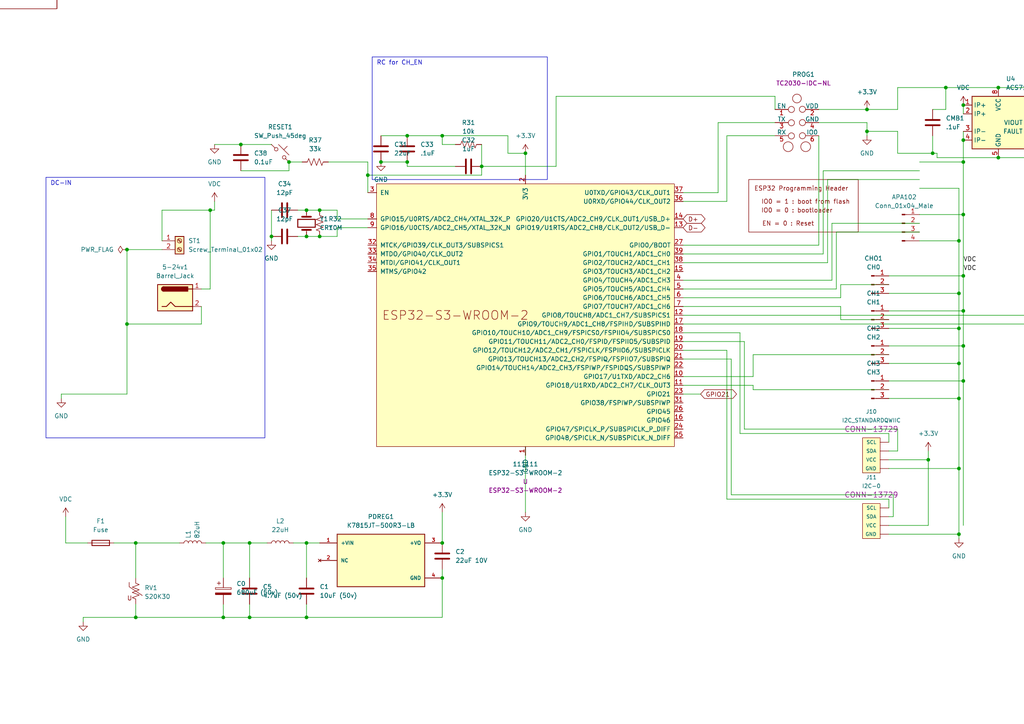
<source format=kicad_sch>
(kicad_sch (version 20230121) (generator eeschema)
  (paper "A4")
  (title_block (title "2024-ESP32S3-Lighting-Board"))
  (junction (at 36.83 72.39))
  (junction (at -74.93 -63.5))
  (junction (at -69.85 91.44))
  (junction (at 269.24 133.35))
  (junction (at 251.46 38.1))
  (junction (at -74.93 60.96))
  (junction (at 88.9 157.48))
  (junction (at 278.13 85.09))
  (junction (at 279.4 62.23))
  (junction (at -66.04 -50.8))
  (junction (at 278.13 105.41))
  (junction (at -73.66 -35.56))
  (junction (at 278.13 95.25))
  (junction (at 39.37 179.07))
  (junction (at 60.96 60.96))
  (junction (at 110.49 46.99))
  (junction (at 279.4 80.01))
  (junction (at -82.55 110.49))
  (junction (at 270.51 44.45))
  (junction (at -90.17 -10.16))
  (junction (at -74.93 91.44))
  (junction (at -66.04 -38.1))
  (junction (at 83.82 46.99))
  (junction (at 278.13 135.89))
  (junction (at -64.77 110.49))
  (junction (at -64.77 -63.5))
  (junction (at -16.51 -71.12))
  (junction (at 279.4 46.99))
  (junction (at 279.4 90.17))
  (junction (at 69.85 41.91))
  (junction (at 88.9 60.96))
  (junction (at -60.96 -53.34))
  (junction (at -73.66 -10.16))
  (junction (at 128.27 167.64))
  (junction (at 92.71 60.96))
  (junction (at 72.39 157.48))
  (junction (at 64.77 157.48))
  (junction (at 278.13 115.57))
  (junction (at 36.83 93.98))
  (junction (at 128.27 39.37))
  (junction (at -74.93 -35.56))
  (junction (at -40.64 -63.5))
  (junction (at 39.37 157.48))
  (junction (at -74.93 78.74))
  (junction (at 279.4 110.49))
  (junction (at 106.68 50.8))
  (junction (at 152.4 44.45))
  (junction (at 78.74 68.58))
  (junction (at -60.96 -38.1))
  (junction (at -74.93 -30.48))
  (junction (at -16.51 -63.5))
  (junction (at -67.31 -30.48))
  (junction (at 278.13 154.94))
  (junction (at 289.56 45.72))
  (junction (at 128.27 157.48))
  (junction (at 139.7 48.26))
  (junction (at -54.61 60.96))
  (junction (at 92.71 68.58))
  (junction (at 64.77 179.07))
  (junction (at 278.13 69.85))
  (junction (at 88.9 179.07))
  (junction (at 289.56 25.4))
  (junction (at -59.69 111.76))
  (junction (at 279.4 100.33))
  (junction (at 251.46 31.75))
  (junction (at 274.32 25.4))
  (junction (at -85.09 109.22))
  (junction (at 118.11 39.37))
  (junction (at 300.99 38.1))
  (junction (at -67.31 -10.16))
  (junction (at -62.23 110.49))
  (junction (at 279.4 30.48))
  (junction (at -72.39 91.44))
  (junction (at 72.39 179.07))
  (junction (at 88.9 68.58))
  (junction (at 279.4 40.64))
  (junction (at -53.34 78.74))
  (junction (at 303.53 35.56))
  (junction (at -16.51 -50.8))
  (junction (at -64.77 -71.12))
  (junction (at 118.11 46.99))
  (junction (at -74.93 -60.8907))
  (wire (pts (xy 266.7 69.85) (xy 278.13 69.85)))
  (wire (pts (xy -72.39 91.44) (xy -74.93 91.44)))
  (wire (pts (xy -74.93 -35.56) (xy -74.93 -33.02)))
  (wire (pts (xy 161.29 27.94) (xy 161.29 48.26)))
  (wire (pts (xy 238.76 49.53) (xy 238.76 73.66)))
  (wire (pts (xy 251.46 38.1) (xy 260.35 38.1)))
  (wire (pts (xy 86.36 68.58) (xy 88.9 68.58)))
  (wire (pts (xy 257.81 110.49) (xy 279.4 110.49)))
  (wire (pts (xy -69.85 -40.64) (xy -69.85 -50.8)))
  (wire (pts (xy 139.7 48.26) (xy 139.7 50.8)))
  (wire (pts (xy 257.81 115.57) (xy 278.13 115.57)))
  (wire (pts (xy -67.31 -19.05) (xy -67.31 -10.16)))
  (wire (pts (xy 36.83 93.98) (xy 36.83 114.3)))
  (wire (pts (xy -7.62 -77.47) (xy -74.93 -77.47)))
  (wire (pts (xy 289.56 25.4) (xy 300.99 25.4)))
  (wire (pts (xy -74.93 74.93) (xy -74.93 78.74)))
  (wire (pts (xy 128.27 39.37) (xy 128.27 41.91)))
  (wire (pts (xy 60.96 60.96) (xy 46.99 60.96)))
  (wire (pts (xy 274.32 31.75) (xy 274.32 25.4)))
  (wire (pts (xy 279.4 40.64) (xy 279.4 46.99)))
  (wire (pts (xy 224.79 31.75) (xy 224.79 27.94)))
  (wire (pts (xy 278.13 154.94) (xy 278.13 156.21)))
  (wire (pts (xy 257.81 85.09) (xy 278.13 85.09)))
  (wire (pts (xy 88.9 175.26) (xy 88.9 179.07)))
  (wire (pts (xy -74.93 -63.5) (xy -64.77 -63.5)))
  (wire (pts (xy 241.3 81.28) (xy 198.12 81.28)))
  (wire (pts (xy 208.28 35.56) (xy 208.28 55.88)))
  (wire (pts (xy 240.03 76.2) (xy 198.12 76.2)))
  (wire (pts (xy 257.81 95.25) (xy 278.13 95.25)))
  (wire (pts (xy -59.69 88.9) (xy -59.69 96.52)))
  (wire (pts (xy 78.74 60.96) (xy 78.74 68.58)))
  (wire (pts (xy 279.4 100.33) (xy 279.4 90.17)))
  (wire (pts (xy 36.83 72.39) (xy 36.83 93.98)))
  (wire (pts (xy -21.59 -63.5) (xy -16.51 -63.5)))
  (wire (pts (xy 97.79 63.5) (xy 97.79 60.96)))
  (wire (pts (xy -64.77 88.9) (xy -64.77 93.98)))
  (wire (pts (xy -74.93 78.74) (xy -74.93 80.01)))
  (wire (pts (xy 106.68 46.99) (xy 106.68 50.8)))
  (wire (pts (xy 269.24 130.81) (xy 269.24 133.35)))
  (wire (pts (xy -74.93 -77.47) (xy -74.93 -63.5)))
  (wire (pts (xy 279.4 110.49) (xy 279.4 152.4)))
  (wire (pts (xy 266.7 46.99) (xy 279.4 46.99)))
  (wire (pts (xy -64.77 110.49) (xy -62.23 110.49)))
  (wire (pts (xy -74.93 87.63) (xy -74.93 91.44)))
  (wire (pts (xy 257.81 147.32) (xy 257.81 144.78)))
  (wire (pts (xy -64.77 109.22) (xy -64.77 110.49)))
  (wire (pts (xy 278.13 135.89) (xy 278.13 154.94)))
  (wire (pts (xy 307.34 35.56) (xy 307.34 91.44)))
  (wire (pts (xy 139.7 41.91) (xy 139.7 48.26)))
  (wire (pts (xy 198.12 104.14) (xy 212.09 104.14)))
  (wire (pts (xy -74.93 60.96) (xy -54.61 60.96)))
  (wire (pts (xy 128.27 41.91) (xy 132.08 41.91)))
  (wire (pts (xy 300.99 33.02) (xy 300.99 38.1)))
  (wire (pts (xy 278.13 95.25) (xy 278.13 105.41)))
  (wire (pts (xy -50.8 60.96) (xy -50.8 111.76)))
  (wire (pts (xy 215.9 124.46) (xy 260.35 124.46)))
  (wire (pts (xy -19.05 -45.72) (xy -7.62 -45.72)))
  (wire (pts (xy -72.39 63.5) (xy -72.39 64.77)))
  (wire (pts (xy 218.44 113.03) (xy 257.81 113.03)))
  (wire (pts (xy 269.24 133.35) (xy 269.24 152.4)))
  (wire (pts (xy 271.78 44.45) (xy 271.78 45.72)))
  (wire (pts (xy 152.4 44.45) (xy 152.4 50.8)))
  (wire (pts (xy 72.39 179.07) (xy 88.9 179.07)))
  (wire (pts (xy 269.24 152.4) (xy 257.81 152.4)))
  (wire (pts (xy 237.49 39.37) (xy 237.49 71.12)))
  (wire (pts (xy 128.27 157.48) (xy 128.27 148.59)))
  (wire (pts (xy 64.77 167.64) (xy 64.77 157.48)))
  (wire (pts (xy -16.51 -50.8) (xy -30.48 -50.8)))
  (wire (pts (xy -60.96 -53.34) (xy -50.8 -53.34)))
  (wire (pts (xy 58.42 83.82) (xy 60.96 83.82)))
  (wire (pts (xy -30.48 -53.34) (xy -26.67 -53.34)))
  (wire (pts (xy 278.13 85.09) (xy 278.13 95.25)))
  (wire (pts (xy -87.63 109.22) (xy -85.09 109.22)))
  (wire (pts (xy -59.69 111.76) (xy -62.23 111.76)))
  (wire (pts (xy 214.63 96.52) (xy 198.12 96.52)))
  (wire (pts (xy 257.81 135.89) (xy 278.13 135.89)))
  (wire (pts (xy 128.27 165.1) (xy 128.27 167.64)))
  (wire (pts (xy -92.71 78.74) (xy -92.71 91.44)))
  (wire (pts (xy -30.48 -43.18) (xy -19.05 -43.18)))
  (wire (pts (xy -74.93 -35.56) (xy -73.66 -35.56)))
  (wire (pts (xy 257.81 105.41) (xy 278.13 105.41)))
  (wire (pts (xy 257.81 100.33) (xy 279.4 100.33)))
  (wire (pts (xy 95.25 46.99) (xy 106.68 46.99)))
  (wire (pts (xy 208.28 55.88) (xy 198.12 55.88)))
  (wire (pts (xy -64.77 -63.5) (xy -40.64 -63.5)))
  (wire (pts (xy -16.51 -63.5) (xy -16.51 -50.8)))
  (wire (pts (xy 83.82 49.53) (xy 83.82 46.99)))
  (wire (pts (xy 260.35 130.81) (xy 257.81 130.81)))
  (wire (pts (xy 218.44 102.87) (xy 218.44 109.22)))
  (wire (pts (xy -62.23 88.9) (xy -62.23 95.25)))
  (wire (pts (xy -40.64 -63.5) (xy -40.64 -58.42)))
  (wire (pts (xy 299.72 35.56) (xy 303.53 35.56)))
  (wire (pts (xy 257.81 133.35) (xy 269.24 133.35)))
  (wire (pts (xy -60.96 -38.1) (xy -60.96 -45.72)))
  (wire (pts (xy 257.81 144.78) (xy 210.82 144.78)))
  (wire (pts (xy -54.61 67.31) (xy -53.34 67.31)))
  (wire (pts (xy 62.23 41.91) (xy 69.85 41.91)))
  (wire (pts (xy 278.13 115.57) (xy 278.13 135.89)))
  (wire (pts (xy -73.66 -10.16) (xy -90.17 -10.16)))
  (wire (pts (xy -74.93 -60.8907) (xy -74.93 -63.5)))
  (wire (pts (xy 259.08 149.86) (xy 257.81 149.86)))
  (wire (pts (xy -53.34 91.44) (xy -69.85 91.44)))
  (wire (pts (xy -54.61 60.96) (xy -50.8 60.96)))
  (wire (pts (xy 59.69 157.48) (xy 64.77 157.48)))
  (wire (pts (xy -95.25 -10.16) (xy -90.17 -10.16)))
  (wire (pts (xy 289.56 45.72) (xy 303.53 45.72)))
  (wire (pts (xy -26.67 -53.34) (xy -26.67 -55.88)))
  (wire (pts (xy 243.84 88.9) (xy 243.84 92.71)))
  (wire (pts (xy 198.12 58.42) (xy 210.82 58.42)))
  (wire (pts (xy 24.13 179.07) (xy 39.37 179.07)))
  (wire (pts (xy 58.42 88.9) (xy 58.42 93.98)))
  (wire (pts (xy 72.39 157.48) (xy 72.39 167.64)))
  (wire (pts (xy 24.13 180.34) (xy 24.13 179.07)))
  (wire (pts (xy 251.46 31.75) (xy 260.35 31.75)))
  (wire (pts (xy 106.68 50.8) (xy 106.68 55.88)))
  (wire (pts (xy 237.49 71.12) (xy 198.12 71.12)))
  (wire (pts (xy -67.31 -10.16) (xy -66.04 -10.16)))
  (wire (pts (xy 161.29 48.26) (xy 139.7 48.26)))
  (wire (pts (xy 274.32 25.4) (xy 289.56 25.4)))
  (wire (pts (xy 266.7 62.23) (xy 279.4 62.23)))
  (wire (pts (xy 88.9 179.07) (xy 128.27 179.07)))
  (wire (pts (xy -74.93 -30.48) (xy -74.93 -27.94)))
  (wire (pts (xy 46.99 60.96) (xy 46.99 69.85)))
  (wire (pts (xy 128.27 39.37) (xy 147.32 39.37)))
  (wire (pts (xy 92.71 68.58) (xy 97.79 68.58)))
  (wire (pts (xy -64.77 63.5) (xy -64.77 64.77)))
  (wire (pts (xy -82.55 64.77) (xy -82.55 68.58)))
  (wire (pts (xy 210.82 58.42) (xy 210.82 39.37)))
  (wire (pts (xy 251.46 38.1) (xy 251.46 35.56)))
  (wire (pts (xy 266.7 54.61) (xy 278.13 54.61)))
  (wire (pts (xy -74.93 91.44) (xy -92.71 91.44)))
  (wire (pts (xy 218.44 111.76) (xy 218.44 113.03)))
  (wire (pts (xy -53.34 74.93) (xy -53.34 78.74)))
  (wire (pts (xy -67.31 -10.16) (xy -73.66 -10.16)))
  (wire (pts (xy 212.09 143.51) (xy 259.08 143.51)))
  (wire (pts (xy 300.99 38.1) (xy 299.72 38.1)))
  (wire (pts (xy 260.35 31.75) (xy 260.35 25.4)))
  (wire (pts (xy 128.27 179.07) (xy 128.27 167.64)))
  (wire (pts (xy 62.23 60.96) (xy 60.96 60.96)))
  (wire (pts (xy 303.53 45.72) (xy 303.53 43.18)))
  (wire (pts (xy -74.93 -40.64) (xy -69.85 -40.64)))
  (wire (pts (xy 237.49 31.75) (xy 251.46 31.75)))
  (wire (pts (xy 210.82 144.78) (xy 210.82 101.6)))
  (wire (pts (xy 279.4 110.49) (xy 279.4 100.33)))
  (wire (pts (xy 88.9 157.48) (xy 92.71 157.48)))
  (wire (pts (xy 266.7 67.31) (xy 242.57 67.31)))
  (wire (pts (xy -74.93 -43.18) (xy -71.12 -43.18)))
  (wire (pts (xy 97.79 66.04) (xy 97.79 68.58)))
  (wire (pts (xy 278.13 54.61) (xy 278.13 69.85)))
  (wire (pts (xy -77.47 78.74) (xy -74.93 78.74)))
  (wire (pts (xy -82.55 95.25) (xy -82.55 88.9)))
  (wire (pts (xy -53.34 78.74) (xy -53.34 80.01)))
  (wire (pts (xy -82.55 110.49) (xy -85.09 110.49)))
  (wire (pts (xy 260.35 38.1) (xy 260.35 44.45)))
  (wire (pts (xy 242.57 67.31) (xy 242.57 83.82)))
  (wire (pts (xy -66.04 -50.8) (xy -50.8 -50.8)))
  (wire (pts (xy 64.77 157.48) (xy 72.39 157.48)))
  (wire (pts (xy 242.57 83.82) (xy 198.12 83.82)))
  (wire (pts (xy 279.4 30.48) (xy 279.4 33.02)))
  (wire (pts (xy 69.85 49.53) (xy 83.82 49.53)))
  (wire (pts (xy 279.4 62.23) (xy 279.4 80.01)))
  (wire (pts (xy 257.81 82.55) (xy 243.84 82.55)))
  (wire (pts (xy 210.82 39.37) (xy 224.79 39.37)))
  (wire (pts (xy 147.32 39.37) (xy 147.32 44.45)))
  (wire (pts (xy 266.7 52.07) (xy 240.03 52.07)))
  (wire (pts (xy -66.04 -38.1) (xy -60.96 -38.1)))
  (wire (pts (xy 198.12 99.06) (xy 215.9 99.06)))
  (wire (pts (xy 62.23 58.42) (xy 62.23 60.96)))
  (wire (pts (xy 257.81 80.01) (xy 279.4 80.01)))
  (wire (pts (xy -73.66 -35.56) (xy -73.66 -26.67)))
  (wire (pts (xy 60.96 83.82) (xy 60.96 60.96)))
  (wire (pts (xy 279.4 46.99) (xy 279.4 62.23)))
  (wire (pts (xy -82.55 110.49) (xy -64.77 110.49)))
  (wire (pts (xy -62.23 111.76) (xy -62.23 110.49)))
  (wire (pts (xy 241.3 64.77) (xy 241.3 81.28)))
  (wire (pts (xy 251.46 39.37) (xy 251.46 38.1)))
  (wire (pts (xy -87.63 88.9) (xy -87.63 92.71)))
  (wire (pts (xy -8.89 -71.12) (xy -16.51 -71.12)))
  (wire (pts (xy 17.78 114.3) (xy 36.83 114.3)))
  (wire (pts (xy -69.85 91.44) (xy -72.39 91.44)))
  (wire (pts (xy 88.9 157.48) (xy 88.9 167.64)))
  (wire (pts (xy 198.12 111.76) (xy 218.44 111.76)))
  (wire (pts (xy 215.9 99.06) (xy 215.9 124.46)))
  (wire (pts (xy -59.69 64.77) (xy -46.99 64.77)))
  (wire (pts (xy -69.85 78.74) (xy -69.85 91.44)))
  (wire (pts (xy 118.11 39.37) (xy 128.27 39.37)))
  (wire (pts (xy -64.77 -71.12) (xy -16.51 -71.12)))
  (wire (pts (xy 19.05 157.48) (xy 25.4 157.48)))
  (wire (pts (xy -85.09 110.49) (xy -85.09 109.22)))
  (wire (pts (xy 251.46 35.56) (xy 237.49 35.56)))
  (wire (pts (xy 300.99 93.98) (xy 198.12 93.98)))
  (wire (pts (xy 64.77 179.07) (xy 64.77 175.26)))
  (wire (pts (xy 97.79 66.04) (xy 106.68 66.04)))
  (wire (pts (xy 86.36 60.96) (xy 88.9 60.96)))
  (wire (pts (xy 238.76 73.66) (xy 198.12 73.66)))
  (wire (pts (xy 19.05 149.86) (xy 19.05 157.48)))
  (wire (pts (xy 278.13 105.41) (xy 278.13 115.57)))
  (wire (pts (xy 88.9 60.96) (xy 92.71 60.96)))
  (wire (pts (xy 257.81 154.94) (xy 278.13 154.94)))
  (wire (pts (xy -40.64 -63.5) (xy -31.75 -63.5)))
  (wire (pts (xy 212.09 104.14) (xy 212.09 143.51)))
  (wire (pts (xy 270.51 31.75) (xy 274.32 31.75)))
  (wire (pts (xy -74.93 -30.48) (xy -67.31 -30.48)))
  (wire (pts (xy -95.25 -2.54) (xy -95.25 -10.16)))
  (wire (pts (xy -90.17 -10.16) (xy -90.17 -7.62)))
  (wire (pts (xy 198.12 88.9) (xy 243.84 88.9)))
  (wire (pts (xy -66.04 -43.18) (xy -66.04 -38.1)))
  (wire (pts (xy 33.02 157.48) (xy 39.37 157.48)))
  (wire (pts (xy -54.61 78.74) (xy -53.34 78.74)))
  (wire (pts (xy -87.63 107.95) (xy -87.63 109.22)))
  (wire (pts (xy 257.81 128.27) (xy 257.81 125.73)))
  (wire (pts (xy 203.2 114.3) (xy 198.12 114.3)))
  (wire (pts (xy 139.7 50.8) (xy 106.68 50.8)))
  (wire (pts (xy -64.77 64.77) (xy -62.23 64.77)))
  (wire (pts (xy -8.89 -40.64) (xy -8.89 -71.12)))
  (wire (pts (xy 266.7 64.77) (xy 241.3 64.77)))
  (wire (pts (xy -16.51 -50.8) (xy 8.89 -50.8)))
  (wire (pts (xy 78.74 68.58) (xy 78.74 69.85)))
  (wire (pts (xy 260.35 44.45) (xy 270.51 44.45)))
  (wire (pts (xy 240.03 52.07) (xy 240.03 76.2)))
  (wire (pts (xy -59.69 68.58) (xy -59.69 64.77)))
  (wire (pts (xy 72.39 157.48) (xy 77.47 157.48)))
  (wire (pts (xy 39.37 179.07) (xy 39.37 175.26)))
  (wire (pts (xy 58.42 93.98) (xy 36.83 93.98)))
  (wire (pts (xy 243.84 92.71) (xy 257.81 92.71)))
  (wire (pts (xy 64.77 179.07) (xy 72.39 179.07)))
  (wire (pts (xy 39.37 157.48) (xy 52.07 157.48)))
  (wire (pts (xy 118.11 48.26) (xy 118.11 46.99)))
  (wire (pts (xy -54.61 60.96) (xy -54.61 67.31)))
  (wire (pts (xy -73.66 -19.05) (xy -73.66 -10.16)))
  (wire (pts (xy -85.09 93.98) (xy -85.09 88.9)))
  (wire (pts (xy -67.31 -30.48) (xy -63.5 -30.48)))
  (wire (pts (xy 257.81 90.17) (xy 279.4 90.17)))
  (wire (pts (xy 257.81 102.87) (xy 218.44 102.87)))
  (wire (pts (xy -69.85 -71.12) (xy -64.77 -71.12)))
  (wire (pts (xy 218.44 109.22) (xy 198.12 109.22)))
  (wire (pts (xy 224.79 27.94) (xy 161.29 27.94)))
  (wire (pts (xy 46.99 72.39) (xy 36.83 72.39)))
  (wire (pts (xy -71.12 -43.18) (xy -71.12 -53.34)))
  (wire (pts (xy 279.4 80.01) (xy 279.4 90.17)))
  (wire (pts (xy -74.93 -48.26) (xy -74.93 -60.8907)))
  (wire (pts (xy 17.78 114.3) (xy 17.78 115.57)))
  (wire (pts (xy 271.78 45.72) (xy 289.56 45.72)))
  (wire (pts (xy 85.09 157.48) (xy 88.9 157.48)))
  (wire (pts (xy 303.53 35.56) (xy 307.34 35.56)))
  (wire (pts (xy 214.63 125.73) (xy 214.63 96.52)))
  (wire (pts (xy 152.4 129.54) (xy 152.4 148.59)))
  (wire (pts (xy 83.82 46.99) (xy 87.63 46.99)))
  (wire (pts (xy 279.4 38.1) (xy 279.4 40.64)))
  (wire (pts (xy 210.82 101.6) (xy 198.12 101.6)))
  (wire (pts (xy -74.93 60.96) (xy -74.93 67.31)))
  (wire (pts (xy -62.23 68.58) (xy -62.23 64.77)))
  (wire (pts (xy -53.34 87.63) (xy -53.34 91.44)))
  (wire (pts (xy -19.05 -40.64) (xy -8.89 -40.64)))
  (wire (pts (xy 260.35 25.4) (xy 274.32 25.4)))
  (wire (pts (xy 39.37 157.48) (xy 39.37 167.64)))
  (wire (pts (xy 88.9 68.58) (xy 92.71 68.58)))
  (wire (pts (xy 278.13 69.85) (xy 278.13 85.09)))
  (wire (pts (xy 266.7 49.53) (xy 238.76 49.53)))
  (wire (pts (xy 260.35 124.46) (xy 260.35 130.81)))
  (wire (pts (xy 270.51 44.45) (xy 271.78 44.45)))
  (wire (pts (xy -67.31 -30.48) (xy -67.31 -26.67)))
  (wire (pts (xy -82.55 64.77) (xy -72.39 64.77)))
  (wire (pts (xy -69.85 -50.8) (xy -66.04 -50.8)))
  (wire (pts (xy -66.04 -38.1) (xy -66.04 -10.16)))
  (wire (pts (xy -40.64 -38.1) (xy -60.96 -38.1)))
  (wire (pts (xy 243.84 82.55) (xy 243.84 86.36)))
  (wire (pts (xy 300.99 38.1) (xy 300.99 93.98)))
  (wire (pts (xy 72.39 179.07) (xy 72.39 175.26)))
  (wire (pts (xy 243.84 86.36) (xy 198.12 86.36)))
  (wire (pts (xy -97.79 -2.54) (xy -95.25 -2.54)))
  (wire (pts (xy 132.08 48.26) (xy 118.11 48.26)))
  (wire (pts (xy -73.66 -35.56) (xy -63.5 -35.56)))
  (wire (pts (xy -50.8 111.76) (xy -59.69 111.76)))
  (wire (pts (xy 97.79 63.5) (xy 106.68 63.5)))
  (wire (pts (xy 110.49 46.99) (xy 118.11 46.99)))
  (wire (pts (xy 257.81 125.73) (xy 214.63 125.73)))
  (wire (pts (xy 39.37 179.07) (xy 64.77 179.07)))
  (wire (pts (xy 259.08 143.51) (xy 259.08 149.86)))
  (wire (pts (xy 147.32 44.45) (xy 152.4 44.45)))
  (wire (pts (xy 270.51 39.37) (xy 270.51 44.45)))
  (wire (pts (xy 69.85 41.91) (xy 78.74 41.91)))
  (wire (pts (xy 224.79 35.56) (xy 208.28 35.56)))
  (wire (pts (xy -7.62 -45.72) (xy -7.62 -77.47)))
  (wire (pts (xy 110.49 39.37) (xy 118.11 39.37)))
  (wire (pts (xy 92.71 60.96) (xy 97.79 60.96)))
  (wire (pts (xy -71.12 -53.34) (xy -60.96 -53.34)))
  (wire (pts (xy 198.12 91.44) (xy 307.34 91.44)))
  (rectangle (start 107.95 16.51) (end 158.75 52.07))
  (rectangle (start 13.335 51.435) (end 76.835 127))
  (text "DC-IN" (at 14.605 53.975 0) (effects (font (size 1.27 1.27)) (justify left bottom)))
  (text "RC for CH_EN" (at 109.22 19.05 0) (effects (font (size 1.27 1.27)) (justify left bottom)))
  (label "VDC" (at 279.4 78.74 0))
  (label "VDC" (at 279.4 76.2 0))
  (global_label "D-" (shape bidirectional) (at 198.12 66.04 0) (property "Intersheetrefs" "${INTERSHEET_REFS}" (effects hide)))
  (global_label "D+" (shape bidirectional) (at 198.12 63.5 0) (property "Intersheetrefs" "${INTERSHEET_REFS}" (effects hide)))
  (global_label "D+" (shape bidirectional) (at -55.88 -30.48 0) (property "Intersheetrefs" "${INTERSHEET_REFS}" (effects hide)))
  (global_label "D-" (shape bidirectional) (at -55.88 -35.56 0) (property "Intersheetrefs" "${INTERSHEET_REFS}" (effects hide)))
  (global_label "GPIO21" (shape bidirectional) (at -46.99 72.39 270) (property "Intersheetrefs" "${INTERSHEET_REFS}" (effects hide)))
  (global_label "GPIO21" (shape bidirectional) (at 203.2 114.3 0) (property "Intersheetrefs" "${INTERSHEET_REFS}" (effects hide)))
  (symbol (lib_id "Device:C") (at -67.31 -22.86 0) (unit 1)
    (property "Reference" "C35" (at -63.5 -24.1301 0) (effects (justify left)))
    (property "Value" "47pF" (at -63.5 -21.5901 0) (effects (justify left)))
    (property "Footprint" "Capacitor_SMD:C_0603_1608Metric" (effects hide))
  )
  (symbol (lib_id "power:VDC") (at -74.93 60.96 90) (unit 1)
    (property "Reference" "#PWR010" (effects hide))
    (property "Value" "VDC" (at -77.47 60.96 90) (effects (justify left)))
  )
  (symbol (lib_id "Device:R_US") (at -74.93 71.12 0) (unit 1)
    (property "Reference" "RV2" (at -72.39 69.8499 0) (effects (justify left)))
    (property "Value" "2.7k" (at -72.39 72.3899 0) (effects (justify left)))
    (property "Footprint" "Resistor_SMD:R_0603_1608Metric" (effects hide))
  )
  (symbol (lib_id "Interface_USB2:IP2721") (at -40.64 -48.26 0) (unit 1)
    (property "Reference" "U2" (at -38.6206 -60.96 0) (effects (justify left)))
    (property "Value" "IP2721" (at -38.6206 -58.42 0) (effects (justify left)))
    (property "Footprint" "Package_SO:TSSOP-16_4.4x5mm_P0.65mm" (effects hide))
    (property "Datasheet" "https://datasheet.lcsc.com/lcsc/2006111335_INJOINIC-IP2721_C603176.pdf" (effects hide))
  )
  (symbol (lib_id "Device:R_US") (at -85.09 97.79 0) (unit 1)
    (property "Reference" "LR2" (at -82.55 96.52 0) (effects (justify left)))
    (property "Value" "R_US" (at -82.55 99.06 0) (effects (justify left)))
    (property "Footprint" "Resistor_SMD:R_0402_1005Metric" (effects hide))
  )
  (symbol (lib_id "power:GND") (at -90.17 -7.62 0) (unit 1)
    (property "Reference" "#PWR03" (effects hide))
    (property "Value" "GND" (at -90.17 -2.54 0))
  )
  (symbol (lib_id "Connector:Conn_01x04_Male") (at 261.62 64.77 0) (unit 1)
    (property "Reference" "APA102" (at 262.255 57.15 0))
    (property "Value" "Conn_01x04_Male" (at 262.255 59.69 0))
    (property "Footprint" "Connector_JST:JST_VH_B4PS-VH_1x04_P3.96mm_Horizontal" (effects hide))
  )
  (symbol (lib_id "Device:C") (at 110.49 43.18 0) (unit 1)
    (property "Reference" "C31" (at 114.3 41.91 0) (effects (justify left)))
    (property "Value" "22uF" (at 114.3 44.45 0) (effects (justify left)))
    (property "Footprint" "Capacitor_SMD:C_0402_1005Metric" (effects hide))
  )
  (symbol (lib_id "Driver_LED:WS2811") (at -85.09 78.74 270) (unit 1)
    (property "Reference" "2811_1" (at -74.93 71.8119 90))
    (property "Value" "WS2811" (at -74.93 74.3519 90))
    (property "Footprint" "Package_SO:SOP-8_3.9x4.9mm_P1.27mm" (effects hide))
    (property "Datasheet" "https://cdn-shop.adafruit.com/datasheets/WS2811.pdf" (effects hide))
  )
  (symbol (lib_id "Device:C") (at 128.27 161.29 0) (unit 1)
    (property "Reference" "C2" (at 132.08 160.0199 0) (effects (justify left)))
    (property "Value" "22uF 10V" (at 132.08 162.5599 0) (effects (justify left)))
    (property "Footprint" "Capacitor_SMD:C_0603_1608Metric" (effects hide))
  )
  (symbol (lib_id "power:GND") (at -69.85 -71.12 0) (unit 1)
    (property "Reference" "#PWR05" (effects hide))
    (property "Value" "GND" (at -69.85 -66.04 0))
  )
  (symbol (lib_id "Device:R_US") (at -59.69 100.33 0) (unit 1)
    (property "Reference" "LR6" (at -57.15 99.06 0) (effects (justify left)))
    (property "Value" "R_US" (at -57.15 101.6 0) (effects (justify left)))
    (property "Footprint" "Resistor_SMD:R_0402_1005Metric" (effects hide))
  )
  (symbol (lib_id "power:GND") (at 78.74 69.85 0) (unit 1)
    (property "Reference" "#PWR08" (effects hide))
    (property "Value" "GND" (at 78.74 74.93 0))
  )
  (symbol (lib_id "Connector:Conn_01x03_Male") (at 252.73 113.03 0) (unit 1)
    (property "Reference" "CH3" (at 253.365 105.41 0))
    (property "Value" "CH3" (at 253.365 107.95 0))
    (property "Footprint" "Connector_JST:JST_VH_B3PS-VH_1x03_P3.96mm_Horizontal" (effects hide))
  )
  (symbol (lib_id "Device:C") (at 69.85 45.72 0) (unit 1)
    (property "Reference" "C38" (at 73.66 44.4499 0) (effects (justify left)))
    (property "Value" "0.1uF" (at 73.66 46.9899 0) (effects (justify left)))
    (property "Footprint" "Capacitor_SMD:C_0603_1608Metric" (effects hide))
  )
  (symbol (lib_id "Device:Crystal") (at 88.9 64.77 90) (unit 1)
    (property "Reference" "Y1" (at 92.71 63.4999 90) (effects (justify right)))
    (property "Value" "CRY" (at 92.71 66.0399 90) (effects (justify right)))
    (property "Footprint" "Crystal:Crystal_SMD_MicroCrystal_CC8V-T1A-2Pin_2.0x1.2mm" (effects hide))
  )
  (symbol (lib_id "Device:L") (at 55.88 157.48 90) (unit 1)
    (property "Reference" "L1" (at 54.6099 156.21 0) (effects (justify left)))
    (property "Value" "82uH" (at 57.1499 156.21 0) (effects (justify left)))
    (property "Footprint" "Inductor_SMD:L_0603_1608Metric" (effects hide))
  )
  (symbol (lib_id "Device:R_US") (at 91.44 46.99 90) (unit 1)
    (property "Reference" "R37" (at 91.44 40.64 90))
    (property "Value" "33k" (at 91.44 43.18 90))
    (property "Footprint" "Resistor_SMD:R_0603_1608Metric" (effects hide))
  )
  (symbol (lib_id "power:GND") (at 152.4 148.59 0) (unit 1)
    (property "Reference" "#PWR0102" (effects hide))
    (property "Value" "GND" (at 152.4 153.67 0))
  )
  (symbol (lib_id "Connector:Conn_01x03_Male") (at 252.73 102.87 0) (unit 1)
    (property "Reference" "CH2" (at 253.365 95.25 0))
    (property "Value" "CH2" (at 253.365 97.79 0))
    (property "Footprint" "Connector_JST:JST_VH_B3PS-VH_1x03_P3.96mm_Horizontal" (effects hide))
  )
  (symbol (lib_id "power:PWR_FLAG") (at 36.83 72.39 90) (unit 1)
    (property "Reference" "#FLG0102" (effects hide))
    (property "Value" "PWR_FLAG" (at 33.02 72.3899 90) (effects (justify left)))
  )
  (symbol (lib_id "power:+3.3V") (at 128.27 148.59 0) (unit 1)
    (property "Reference" "#PWR011" (effects hide))
    (property "Value" "+3.3V" (at 128.27 143.51 0))
  )
  (symbol (lib_id "Driver_LED:WS2811") (at -62.23 78.74 270) (unit 1)
    (property "Reference" "2811_0" (at -52.07 71.8119 90))
    (property "Value" "WS2811" (at -52.07 74.3519 90))
    (property "Footprint" "Package_SO:SOP-8_3.9x4.9mm_P1.27mm" (effects hide))
    (property "Datasheet" "https://cdn-shop.adafruit.com/datasheets/WS2811.pdf" (effects hide))
  )
  (symbol (lib_id "Espressif:ESP32-S3-WROOM-2") (at 152.4 91.44 0) (unit 1)
    (property "Reference" "111111" (at 152.4 134.62 0))
    (property "Value" "ESP32-S3-WROOM-2" (at 152.4 137.16 0))
    (property "Footprint" "PCM_Espressif:ESP32-S3-WROOM-2" (effects hide))
    (property "Reference_1" "U" (at 152.4 139.7 0))
    (property "Value_1" "ESP32-S3-WROOM-2" (at 152.4 142.24 0))
    (property "Footprint_1" "Espressif:ESP32-S3-WROOM-2" (effects hide))
    (property "Datasheet_1" "https://www.espressif.com/sites/default/files/documentation/esp32-s3-wroom-2_datasheet_en.pdf" (effects hide))
  )
  (symbol (lib_id "Device:R_US") (at -62.23 99.06 0) (unit 1)
    (property "Reference" "LR5" (at -59.69 97.79 0) (effects (justify left)))
    (property "Value" "R_US" (at -59.69 100.33 0) (effects (justify left)))
    (property "Footprint" "Resistor_SMD:R_0402_1005Metric" (effects hide))
  )
  (symbol (lib_id "Device:C") (at 118.11 43.18 0) (unit 1)
    (property "Reference" "C33" (at 121.92 41.9099 0) (effects (justify left)))
    (property "Value" ".1uF" (at 121.92 44.4499 0) (effects (justify left)))
    (property "Footprint" "Capacitor_SMD:C_0603_1608Metric" (effects hide))
  )
  (symbol (lib_id "Device:LED") (at -64.77 105.41 270) (unit 1)
    (property "Reference" "L4" (at -62.23 102.5525 90) (effects (justify left)))
    (property "Value" "LED" (at -62.23 105.0925 90) (effects (justify left)))
    (property "Footprint" "LED_SMD:LED_0603_1608Metric" (effects hide))
  )
  (symbol (lib_id "Device:R_US") (at -64.77 97.79 0) (unit 1)
    (property "Reference" "LR4" (at -62.23 96.52 0) (effects (justify left)))
    (property "Value" "R_US" (at -62.23 99.06 0) (effects (justify left)))
    (property "Footprint" "Resistor_SMD:R_0402_1005Metric" (effects hide))
  )
  (symbol (lib_id "Device:C") (at 88.9 171.45 0) (unit 1)
    (property "Reference" "C1" (at 92.71 170.1799 0) (effects (justify left)))
    (property "Value" "10uF (50v)" (at 92.71 172.7199 0) (effects (justify left)))
    (property "Footprint" "Capacitor_SMD:C_0603_1608Metric" (effects hide))
  )
  (symbol (lib_id "Device:LED") (at -59.69 107.95 270) (unit 1)
    (property "Reference" "L6" (at -57.15 105.0925 90) (effects (justify left)))
    (property "Value" "LED" (at -57.15 107.6325 90) (effects (justify left)))
    (property "Footprint" "LED_SMD:LED_0603_1608Metric" (effects hide))
  )
  (symbol (lib_id "Device:C_Polarized") (at 64.77 171.45 0) (unit 1)
    (property "Reference" "C0" (at 68.58 169.2909 0) (effects (justify left)))
    (property "Value" "680uF (50v)" (at 68.58 171.8309 0) (effects (justify left)))
    (property "Footprint" "Capacitor_SMD:C_0603_1608Metric" (effects hide))
  )
  (symbol (lib_id "power:VDC") (at 62.23 58.42 0) (unit 1)
    (property "Reference" "#PWR0104" (effects hide))
    (property "Value" "VDC" (at 62.23 53.34 0))
  )
  (symbol (lib_id "TagConnect:TC2030-IDC_ESP") (at 231.14 35.56 0) (unit 1)
    (property "Reference" "PROG1" (at 233.045 21.59 0))
    (property "Value" "TC2030-IDC_ESP" (effects hide))
    (property "Footprint" "Connector:Tag-Connect_TC2030-IDC-FP_2x03_P1.27mm_Vertical" (effects hide))
    (property "Datasheet" "https://www.tag-connect.com/wp-content/uploads/bsk-pdf-manager/2019/12/TC2030-IDC-NL-Datasheet-Rev-B.pdf" (effects hide))
    (property "Connector" "TC2030-IDC-NL" (at 233.045 24.13 0))
  )
  (symbol (lib_id "Device:R_US") (at -97.79 -6.35 0) (unit 1)
    (property "Reference" "RS1" (at -95.25 -7.6201 0) (effects (justify left)))
    (property "Value" "33K" (at -95.25 -5.0801 0) (effects (justify left)))
    (property "Footprint" "Resistor_SMD:R_0603_1608Metric" (effects hide))
  )
  (symbol (lib_id "Device:R_US") (at -59.69 -35.56 90) (unit 1)
    (property "Reference" "R34" (at -59.69 -41.91 90))
    (property "Value" "R_US" (at -59.69 -39.37 90))
    (property "Footprint" "Resistor_SMD:R_0603_1608Metric" (effects hide))
  )
  (symbol (lib_id "K7815JT_500R3_LB:K7815JT-500R3-LB") (at 110.49 162.56 0) (unit 1)
    (property "Reference" "PDREG1" (at 110.49 149.86 0))
    (property "Value" "K7815JT-500R3-LB" (at 110.49 152.4 0))
    (property "Footprint" "K7815JT_500R3_LB:CONV_K7815JT-500R3-LB" (effects hide))
    (property "PARTREV" "2022.07.25-A/4" (effects hide))
    (property "STANDARD" "Manufacturer Recommendations" (effects hide))
    (property "SNAPEDA_PN" "K7803JT-500R3-LB‎" (effects hide))
    (property "MAXIMUM_PACKAGE_HEIGHT" "4.50 mm" (effects hide))
    (property "MANUFACTURER" "MORNSUN" (effects hide))
  )
  (symbol (lib_id "power:+3.3V") (at 152.4 44.45 0) (unit 1)
    (property "Reference" "#PWR012" (effects hide))
    (property "Value" "+3.3V" (at 152.4 39.37 0))
  )
  (symbol (lib_id "Device:R_US") (at 92.71 64.77 0) (unit 1)
    (property "Reference" "R32" (at 95.25 63.4999 0) (effects (justify left)))
    (property "Value" "10M" (at 95.25 66.0399 0) (effects (justify left)))
    (property "Footprint" "Resistor_SMD:R_0603_1608Metric" (effects hide))
  )
  (symbol (lib_id "Device:LED") (at -62.23 106.68 270) (unit 1)
    (property "Reference" "L5" (at -59.69 103.8225 90) (effects (justify left)))
    (property "Value" "LED" (at -59.69 106.3625 90) (effects (justify left)))
    (property "Footprint" "LED_SMD:LED_0603_1608Metric" (effects hide))
  )
  (symbol (lib_id "Device:C") (at 72.39 171.45 0) (unit 1)
    (property "Reference" "C5" (at 76.2 170.1799 0) (effects (justify left)))
    (property "Value" "4.7uF (50v)" (at 76.2 172.7199 0) (effects (justify left)))
    (property "Footprint" "Capacitor_SMD:C_0603_1608Metric" (effects hide))
  )
  (symbol (lib_id "power:VDC") (at 8.89 -50.8 0) (unit 1)
    (property "Reference" "#PWR0103" (effects hide))
    (property "Value" "VDC" (at 8.89 -55.88 0))
  )
  (symbol (lib_id "power:GND") (at 62.23 41.91 0) (unit 1)
    (property "Reference" "#PWR07" (effects hide))
    (property "Value" "GND" (at 62.23 46.99 0))
  )
  (symbol (lib_id "Device:R_US") (at -46.99 68.58 180) (unit 1)
    (property "Reference" "RD2" (at -44.45 67.3099 0) (effects (justify right)))
    (property "Value" "33" (at -44.45 69.8499 0) (effects (justify right)))
    (property "Footprint" "Resistor_SMD:R_0603_1608Metric" (effects hide))
  )
  (symbol (lib_id "Device:C") (at -73.66 -22.86 0) (unit 1)
    (property "Reference" "C36" (at -69.85 -24.1301 0) (effects (justify left)))
    (property "Value" "47pF" (at -69.85 -21.5901 0) (effects (justify left)))
    (property "Footprint" "Capacitor_SMD:C_0603_1608Metric" (effects hide))
  )
  (symbol (lib_id "SFE-Connectors:CONN_03") (at -16.51 -45.72 180) (unit 1)
    (property "Reference" "5v    12v1" (at -10.16 -45.72 0) (effects (font (size 1.143 1.143)) (justify right)))
    (property "Value" "VSEL" (at -10.16 -43.18 0) (effects (font (size 1.143 1.143)) (justify right)))
    (property "Footprint" "Connector_PinHeader_2.54mm:PinHeader_1x03_P2.54mm_Vertical" (effects hide))
    (property "Field4" "XXX-00000" (at -10.16 -40.64 0) (effects (font (size 1.524 1.524)) (justify right)))
  )
  (symbol (lib_id "Device:C") (at 270.51 35.56 0) (unit 1)
    (property "Reference" "CMB1" (at 274.32 34.29 0) (effects (justify left)))
    (property "Value" ".1uF" (at 274.32 36.83 0) (effects (justify left)))
    (property "Footprint" "Capacitor_SMD:C_0402_1005Metric" (effects hide))
  )
  (symbol (lib_id "Device:R_US") (at -59.69 -30.48 90) (unit 1)
    (property "Reference" "R36" (at -59.69 -36.83 90))
    (property "Value" "0" (at -59.69 -34.29 90))
    (property "Footprint" "Resistor_SMD:R_0603_1608Metric" (effects hide))
  )
  (symbol (lib_id "Device:R_US") (at -87.63 96.52 0) (unit 1)
    (property "Reference" "LR1" (at -85.09 95.25 0) (effects (justify left)))
    (property "Value" "R_US" (at -85.09 97.79 0) (effects (justify left)))
    (property "Footprint" "Resistor_SMD:R_0402_1005Metric" (effects hide))
  )
  (symbol (lib_id "Device:C") (at -16.51 -67.31 0) (unit 1)
    (property "Reference" "CR2" (at -12.7 -68.58 0) (effects (justify left)))
    (property "Value" "10UF" (at -12.7 -66.04 0) (effects (justify left)))
    (property "Footprint" "Capacitor_SMD:C_0402_1005Metric" (effects hide))
  )
  (symbol (lib_id "Connector:Screw_Terminal_01x02") (at 52.07 69.85 0) (unit 1)
    (property "Reference" "ST1" (at 54.61 69.8499 0) (effects (justify left)))
    (property "Value" "Screw_Terminal_01x02" (at 54.61 72.3899 0) (effects (justify left)))
    (property "Footprint" "TerminalBlock_MetzConnect:TerminalBlock_MetzConnect_Type086_RT03402HBLC_1x02_P3.81mm_Horizontal" (effects hide))
  )
  (symbol (lib_id "Device:R_US") (at -68.58 63.5 90) (unit 1)
    (property "Reference" "RD1" (at -68.58 57.15 90))
    (property "Value" "33" (at -68.58 59.69 90))
    (property "Footprint" "Resistor_SMD:R_0603_1608Metric" (effects hide))
  )
  (symbol (lib_id "power:GND") (at 24.13 180.34 0) (unit 1)
    (property "Reference" "#PWR04" (effects hide))
    (property "Value" "GND" (at 24.13 185.42 0))
  )
  (symbol (lib_id "Device:R_US") (at -82.55 99.06 0) (unit 1)
    (property "Reference" "LR3" (at -80.01 97.79 0) (effects (justify left)))
    (property "Value" "R_US" (at -80.01 100.33 0) (effects (justify left)))
    (property "Footprint" "Resistor_SMD:R_0402_1005Metric" (effects hide))
  )
  (symbol (lib_id "power:+3.3V") (at 251.46 31.75 0) (unit 1)
    (property "Reference" "#PWR014" (effects hide))
    (property "Value" "+3.3V" (at 251.46 26.67 0))
  )
  (symbol (lib_id "Device:LED") (at -85.09 105.41 270) (unit 1)
    (property "Reference" ".L2" (at -82.55 102.5525 90) (effects (justify left)))
    (property "Value" "LED" (at -82.55 105.0925 90) (effects (justify left)))
    (property "Footprint" "LED_SMD:LED_0603_1608Metric" (effects hide))
  )
  (symbol (lib_id "Device:Fuse") (at 29.21 157.48 90) (unit 1)
    (property "Reference" "F1" (at 29.21 151.13 90))
    (property "Value" "Fuse" (at 29.21 153.67 90))
    (property "Footprint" "Fuse:Fuse_0603_1608Metric" (effects hide))
  )
  (symbol (lib_id "Device:C") (at -53.34 83.82 0) (unit 1)
    (property "Reference" "2C1" (at -49.53 82.5499 0) (effects (justify left)))
    (property "Value" "100nF" (at -49.53 85.0899 0) (effects (justify left)))
    (property "Footprint" "Capacitor_SMD:C_0603_1608Metric" (effects hide))
  )
  (symbol (lib_id "Device:LED") (at -87.63 104.14 270) (unit 1)
    (property "Reference" ".L1" (at -85.09 101.2825 90) (effects (justify left)))
    (property "Value" "LED" (at -85.09 103.8225 90) (effects (justify left)))
    (property "Footprint" "LED_SMD:LED_0603_1608Metric" (effects hide))
  )
  (symbol (lib_id "SFE-Connectors:I2C_STANDARDQWIIC") (at 255.27 154.94 0) (unit 1)
    (property "Reference" "J11" (at 252.73 138.43 0) (effects (font (size 1.143 1.143))))
    (property "Value" "I2C-0" (at 252.73 140.97 0) (effects (font (size 1.143 1.143))))
    (property "Footprint" "SFE-Connectors:JST04_1MM_RA" (effects hide))
    (property "Field4" "CONN-13729" (at 252.73 143.51 0) (effects (font (size 1.524 1.524))))
  )
  (symbol (lib_id "power:GND") (at -72.39 91.44 0) (unit 1)
    (property "Reference" "#PWR06" (effects hide))
    (property "Value" "GND" (at -72.39 96.52 0))
  )
  (symbol (lib_id "Sensor_Current:ACS712xLCTR-20A") (at 289.56 35.56 0) (unit 1)
    (property "Reference" "U4" (at 291.7541 22.86 0) (effects (justify left)))
    (property "Value" "ACS71240" (at 291.7541 25.4 0) (effects (justify left)))
    (property "Footprint" "Package_SO:SOIC-8_3.9x4.9mm_P1.27mm" (effects hide))
    (property "Datasheet" "http://www.allegromicro.com/~/media/Files/Datasheets/ACS712-Datasheet.ashx?la=en" (effects hide))
  )
  (symbol (lib_id "Device:C") (at 135.89 48.26 90) (unit 1)
    (property "Reference" "C32" (at 135.89 40.64 90))
    (property "Value" "1uF" (at 135.89 43.18 90))
    (property "Footprint" "Capacitor_SMD:C_0603_1608Metric" (effects hide))
  )
  (symbol (lib_id "Connector:Conn_01x03_Male") (at 252.73 82.55 0) (unit 1)
    (property "Reference" "CHO1" (at 253.365 74.93 0))
    (property "Value" "CH0" (at 253.365 77.47 0))
    (property "Footprint" "Connector_JST:JST_VH_B3PS-VH_1x03_P3.96mm_Horizontal" (effects hide))
  )
  (symbol (lib_id "Connector:USB_C_Receptacle_USB2.0") (at -90.17 -33.02 0) (unit 1)
    (property "Reference" "J1" (at -90.17 -55.88 0))
    (property "Value" "USB-C" (at -90.17 -53.34 0))
    (property "Footprint" "Connector_USB:USB_C_Receptacle_G-Switch_GT-USB-7010ASV" (effects hide))
    (property "Datasheet" "https://www.usb.org/sites/default/files/documents/usb_type-c.zip" (effects hide))
  )
  (symbol (lib_id "Device:R_US") (at 300.99 29.21 180) (unit 1)
    (property "Reference" "RM1" (at 303.53 27.94 0) (effects (justify right)))
    (property "Value" "400k" (at 303.53 30.48 0) (effects (justify right)))
    (property "Footprint" "Resistor_SMD:R_0402_1005Metric" (effects hide))
  )
  (symbol (lib_id "Device:C") (at -64.77 -67.31 0) (unit 1)
    (property "Reference" "CR1" (at -60.96 -68.58 0) (effects (justify left)))
    (property "Value" "1uF" (at -60.96 -66.04 0) (effects (justify left)))
    (property "Footprint" "Capacitor_SMD:C_0402_1005Metric" (effects hide))
  )
  (symbol (lib_id "SFE-Connectors:I2C_STANDARDQWIIC") (at 255.27 135.89 0) (unit 1)
    (property "Reference" "J10" (at 252.73 119.38 0) (effects (font (size 1.143 1.143))))
    (property "Value" "I2C_STANDARDQWIIC" (at 252.73 121.92 0) (effects (font (size 1.143 1.143))))
    (property "Footprint" "SFE-Connectors:JST04_1MM_RA" (effects hide))
    (property "Field4" "CONN-13729" (at 252.73 124.46 0) (effects (font (size 1.524 1.524))))
  )
  (symbol (lib_id "power:VDC") (at 19.05 149.86 0) (unit 1)
    (property "Reference" "#PWR0101" (effects hide))
    (property "Value" "VDC" (at 19.05 144.78 0))
  )
  (symbol (lib_id "Switch:SW_Push_45deg") (at 81.28 44.45 0) (unit 1)
    (property "Reference" "RESET1" (at 81.28 36.83 0))
    (property "Value" "SW_Push_45deg" (at 81.28 39.37 0))
    (property "Footprint" "Button_Switch_SMD:SW_SPST_B3U-3000P-B" (effects hide))
  )
  (symbol (lib_id "Device:L") (at 81.28 157.48 90) (unit 1)
    (property "Reference" "L2" (at 81.28 151.13 90))
    (property "Value" "22uH" (at 81.28 153.67 90))
    (property "Footprint" "Inductor_SMD:L_0603_1608Metric" (effects hide))
  )
  (symbol (lib_id "power:GND") (at 110.49 46.99 0) (unit 1)
    (property "Reference" "#PWR09" (effects hide))
    (property "Value" "GND" (at 110.49 52.07 0))
  )
  (symbol (lib_id "power:PWR_FLAG") (at -74.93 -60.8907 90) (unit 1)
    (property "Reference" "#FLG0101" (effects hide))
    (property "Value" "PWR_FLAG" (at -78.74 -60.8908 90) (effects (justify left)))
  )
  (symbol (lib_id "power:GND") (at 278.13 156.21 0) (unit 1)
    (property "Reference" "#PWR016" (effects hide))
    (property "Value" "GND" (at 278.13 161.29 0))
  )
  (symbol (lib_id "power:VDC") (at 279.4 30.48 0) (unit 1)
    (property "Reference" "#PWR0105" (effects hide))
    (property "Value" "VDC" (at 279.4 25.4 0))
  )
  (symbol (lib_id "Device:R_US") (at -66.04 -46.99 180) (unit 1)
    (property "Reference" "RR1" (at -63.5 -48.26 0) (effects (justify right)))
    (property "Value" "5.1k" (at -63.5 -45.72 0) (effects (justify right)))
    (property "Footprint" "Resistor_SMD:R_0402_1005Metric" (effects hide))
  )
  (symbol (lib_id "power:GND") (at 17.78 115.57 0) (unit 1)
    (property "Reference" "#PWR01" (effects hide))
    (property "Value" "GND" (at 17.78 120.65 0))
  )
  (symbol (lib_id "Device:C") (at -74.93 83.82 0) (unit 1)
    (property "Reference" "2C2" (at -71.12 82.5499 0) (effects (justify left)))
    (property "Value" "100nF" (at -71.12 85.0899 0) (effects (justify left)))
    (property "Footprint" "Capacitor_SMD:C_0603_1608Metric" (effects hide))
  )
  (symbol (lib_id "Connector:Barrel_Jack") (at 50.8 86.36 0) (unit 1)
    (property "Reference" "5-24v1" (at 50.8 77.47 0))
    (property "Value" "Barrel_Jack" (at 50.8 80.01 0))
    (property "Footprint" "Connector_BarrelJack:BarrelJack_CUI_PJ-063AH_Horizontal" (effects hide))
  )
  (symbol (lib_id "Device:C") (at 303.53 39.37 0) (unit 1)
    (property "Reference" "CML1" (at 307.34 38.1 0) (effects (justify left)))
    (property "Value" "4nF" (at 307.34 40.64 0) (effects (justify left)))
    (property "Footprint" "Capacitor_SMD:C_0402_1005Metric" (effects hide))
  )
  (symbol (lib_id "power:+3.3V") (at 269.24 130.81 0) (unit 1)
    (property "Reference" "#PWR02" (effects hide))
    (property "Value" "+3.3V" (at 269.24 125.73 0))
  )
  (symbol (lib_id "Device:LED") (at -82.55 106.68 270) (unit 1)
    (property "Reference" "L3" (at -80.01 103.8225 90) (effects (justify left)))
    (property "Value" "LED" (at -80.01 106.3625 90) (effects (justify left)))
    (property "Footprint" "LED_SMD:LED_0603_1608Metric" (effects hide))
  )
  (symbol (lib_id "Device:R_US") (at 135.89 41.91 90) (unit 1)
    (property "Reference" "R31" (at 135.89 35.56 90))
    (property "Value" "10k" (at 135.89 38.1 90))
    (property "Footprint" "Resistor_SMD:R_0603_1608Metric" (effects hide))
  )
  (symbol (lib_id "power:GND") (at 251.46 39.37 0) (unit 1)
    (property "Reference" "#PWR015" (effects hide))
    (property "Value" "GND" (at 251.46 44.45 0))
  )
  (symbol (lib_id "Device:R_US") (at -60.96 -49.53 180) (unit 1)
    (property "Reference" "RR2" (at -58.42 -50.8 0) (effects (justify right)))
    (property "Value" "5.1k" (at -58.42 -48.26 0) (effects (justify right)))
    (property "Footprint" "Resistor_SMD:R_0402_1005Metric" (effects hide))
  )
  (symbol (lib_id "Connector:Conn_01x03_Male") (at 252.73 92.71 0) (unit 1)
    (property "Reference" "CH1" (at 253.365 85.09 0))
    (property "Value" "CH1" (at 253.365 87.63 0))
    (property "Footprint" "Connector_JST:JST_VH_B3PS-VH_1x03_P3.96mm_Horizontal" (effects hide))
  )
  (symbol (lib_id "Device:C") (at 82.55 60.96 90) (unit 1)
    (property "Reference" "C34" (at 82.55 53.34 90))
    (property "Value" "12pF" (at 82.55 55.88 90))
    (property "Footprint" "Capacitor_SMD:C_0603_1608Metric" (effects hide))
  )
  (symbol (lib_id "Device:Q_NMOS_GDS") (at -26.67 -60.96 90) (unit 1)
    (property "Reference" "RQ1" (at -26.67 -68.58 90))
    (property "Value" "Q_NMOS_GDS" (at -26.67 -67.31 90))
    (property "Footprint" "Package_TO_SOT_SMD:SOT-23" (effects hide))
  )
  (symbol (lib_id "Device:R_US") (at -53.34 71.12 0) (unit 1)
    (property "Reference" ".RV1" (at -50.8 69.85 0) (effects (justify left)))
    (property "Value" "2.7k" (at -50.8 72.39 0) (effects (justify left)))
    (property "Footprint" "Resistor_SMD:R_0603_1608Metric" (effects hide))
  )
  (symbol (lib_id "Device:C") (at 82.55 68.58 90) (unit 1)
    (property "Reference" "C37" (at 82.55 60.96 90))
    (property "Value" "12pF" (at 82.55 63.5 90))
    (property "Footprint" "Capacitor_SMD:C_0603_1608Metric" (effects hide))
  )
  (symbol (lib_id "Device:Varistor_US") (at 39.37 171.45 0) (unit 1)
    (property "Reference" "RV1" (at 41.91 170.4966 0) (effects (justify left)))
    (property "Value" "S20K30" (at 41.91 173.0366 0) (effects (justify left)))
    (property "Footprint" "Varistor:RV_Disc_D9mm_W3.5mm_P5mm" (effects hide))
  )
  (sheet (at -111.76 -78.74) (size 128.27 81.28) (stroke (width 0.1524))
    (property "Sheetname" "USB-C" (at -111.76 -79.4516 0) (effects (justify left bottom)))
    (property "Sheetfile" "usb.kicad_sch" (at -111.76 3.1246 0) (effects (justify left top)))
  )
  (sheet (at -110.49 45.72) (size 95.25 77.47) (stroke (width 0.1524))
    (property "Sheetname" "indicator_leds" (at -110.49 45.0084 0) (effects (justify left bottom)))
    (property "Sheetfile" "untitled.kicad_sch" (at -110.49 123.7746 0) (effects (justify left top)))
  )
)
</source>
